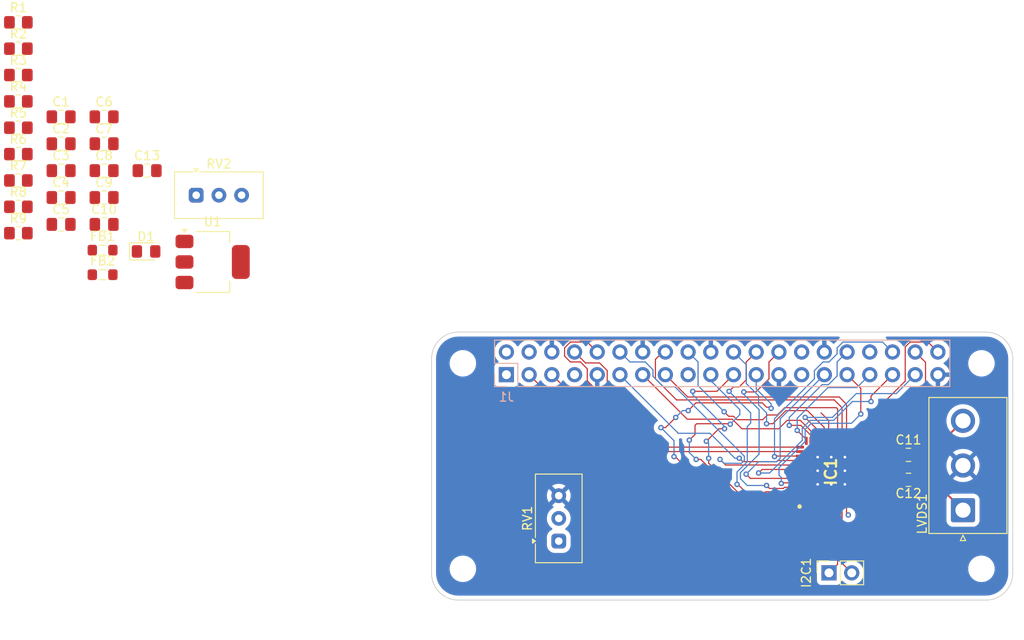
<source format=kicad_pcb>
(kicad_pcb (version 20240108) (generator "pcbnew") (generator_version "8.0")
  (title_block (date "15 nov 2012"))
  (layers (0 "F.Cu" signal) (31 "B.Cu" signal) (34 "B.Paste" user) (35 "F.Paste" user) (36 "B.SilkS" user "B.Silkscreen") (37 "F.SilkS" user "F.Silkscreen") (38 "B.Mask" user) (39 "F.Mask" user) (44 "Edge.Cuts" user))
  (net 0 "")
  (net 1 "CMF")
  (net 2 "GND")
  (net 3 "3V3")
  (net 4 "VDDIO")
  (net 5 "VDD33")
  (net 6 "CAPHS12")
  (net 7 "CAPL12")
  (net 8 "CAPP12")
  (net 9 "LVDS+")
  (net 10 "Net-(IC1-DOUT+)")
  (net 11 "LVDS-")
  (net 12 "Net-(IC1-DOUT-)")
  (net 13 "PBD")
  (net 14 "Net-(D1-A)")
  (net 15 "SDA")
  (net 16 "SCL")
  (net 17 "B4")
  (net 20 "MODE_SEL")
  (net 22 "R1")
  (net 23 "B3")
  (net 24 "G1")
  (net 25 "G2")
  (net 26 "B1")
  (net 27 "B5")
  (net 28 "R7")
  (net 29 "IDX")
  (net 30 "+5V")
  (net 31 "+3V3")
  (net 32 "PCLK")
  (net 33 "VSYNC")
  (net 34 "G4")
  (net 35 "B6")
  (net 36 "R0")
  (net 37 "B2")
  (net 38 "R4")
  (net 39 "R6")
  (net 40 "R5")
  (net 41 "B0")
  (net 42 "B7")
  (net 43 "R2")
  (net 45 "G5")
  (net 46 "G6")
  (net 47 "INTB")
  (net 48 "G3")
  (net 49 "G0")
  (net 50 "HSYNC")
  (net 51 "DE")
  (net 52 "G7")
  (net 53 "R3")
  (footprint "Capacitor_SMD:C_0805_2012Metric_Pad1.18x1.45mm_HandSolder" (layer "F.Cu") (at 58.564 54.939)
    (property "Reference" "C4")
    (property "Value" "10u")
  )
  (footprint "Capacitor_SMD:C_0805_2012Metric_Pad1.18x1.45mm_HandSolder" (layer "F.Cu") (at 63.374 48.919)
    (property "Reference" "C7")
    (property "Value" "4.7u")
  )
  (footprint "Capacitor_SMD:C_0805_2012Metric_Pad1.18x1.45mm_HandSolder" (layer "F.Cu") (at 58.564 45.909)
    (property "Reference" "C1")
    (property "Value" "100n")
  )
  (footprint "MountingHole:MountingHole_2.7mm_M2.5" (layer "F.Cu") (at 161.5 73.5)
    (property "Reference" "MH2" (hide yes))
    (property "Value" "MountingHole_2.7mm_M2.5" (hide yes))
  )
  (footprint "Resistor_SMD:R_0805_2012Metric_Pad1.20x1.40mm_HandSolder" (layer "F.Cu") (at 53.784 47.129)
    (property "Reference" "R5")
    (property "Value" "4K7")
  )
  (footprint "Resistor_SMD:R_0805_2012Metric_Pad1.20x1.40mm_HandSolder" (layer "F.Cu") (at 53.784 38.279)
    (property "Reference" "R2")
    (property "Value" "10K")
  )
  (footprint "Potentiometer_THT:Potentiometer_Vishay_T93YA_Vertical" (layer "F.Cu") (at 114.224 93.396 90)
    (property "Reference" "RV1")
    (property "Value" "R_Potentiometer_Trim")
  )
  (footprint "Resistor_SMD:R_0805_2012Metric_Pad1.20x1.40mm_HandSolder" (layer "F.Cu") (at 53.784 55.979)
    (property "Reference" "R8")
    (property "Value" "100R")
  )
  (footprint "Capacitor_SMD:C_0805_2012Metric_Pad1.18x1.45mm_HandSolder" (layer "F.Cu") (at 153.34 86.538)
    (property "Reference" "C12")
    (property "Value" "100n")
  )
  (footprint "Capacitor_SMD:C_0805_2012Metric_Pad1.18x1.45mm_HandSolder" (layer "F.Cu") (at 58.564 51.929)
    (property "Reference" "C3")
    (property "Value" "10u")
  )
  (footprint "Package_TO_SOT_SMD:SOT-223-3_TabPin2" (layer "F.Cu") (at 75.514 62.154)
    (property "Reference" "U1")
    (property "Value" "AMS1117-3.3")
  )
  (footprint "Capacitor_SMD:C_0805_2012Metric_Pad1.18x1.45mm_HandSolder" (layer "F.Cu") (at 63.374 57.949)
    (property "Reference" "C10")
    (property "Value" "4.7u")
  )
  (footprint "Resistor_SMD:R_0805_2012Metric_Pad1.20x1.40mm_HandSolder" (layer "F.Cu") (at 53.784 58.929)
    (property "Reference" "R9")
    (property "Value" "R")
  )
  (footprint "Capacitor_SMD:C_0805_2012Metric_Pad1.18x1.45mm_HandSolder" (layer "F.Cu") (at 63.374 54.939)
    (property "Reference" "C9")
    (property "Value" "4.7u")
  )
  (footprint "Inductor_SMD:L_0805_2012Metric_Pad1.05x1.20mm_HandSolder" (layer "F.Cu") (at 63.204 60.829)
    (property "Reference" "FB1")
    (property "Value" "FerriteBead")
  )
  (footprint "Capacitor_SMD:C_0805_2012Metric_Pad1.18x1.45mm_HandSolder" (layer "F.Cu") (at 58.564 48.919)
    (property "Reference" "C2")
    (property "Value" "10u")
  )
  (footprint "Connector_JST:JST_NV_B03P-NV_1x03_P5.00mm_Vertical" (layer "F.Cu") (at 159.436 89.934 90)
    (property "Reference" "LVDS1")
    (property "Value" "Conn_01x03_Pin")
  )
  (footprint "MountingHole:MountingHole_2.7mm_M2.5" (layer "F.Cu") (at 103.5 96.5)
    (property "Reference" "MH3" (hide yes))
    (property "Value" "MountingHole_2.7mm_M2.5" (hide yes))
  )
  (footprint "Footprint_library:QFN50P700X700X80-49N-D" (layer "F.Cu") (at 144.66 85.628 90)
    (property "Reference" "IC1")
    (property "Value" "DS90UB925QSQX_NOPB" (hide yes))
  )
  (footprint "MountingHole:MountingHole_2.7mm_M2.5" (layer "F.Cu") (at 103.5 73.5)
    (property "Reference" "MH1" (hide yes))
    (property "Value" "MountingHole_2.7mm_M2.5" (hide yes))
  )
  (footprint "Inductor_SMD:L_0805_2012Metric_Pad1.05x1.20mm_HandSolder" (layer "F.Cu") (at 63.204 63.579)
    (property "Reference" "FB2")
    (property "Value" "FerriteBead")
  )
  (footprint "Resistor_SMD:R_0805_2012Metric_Pad1.20x1.40mm_HandSolder" (layer "F.Cu") (at 53.784 35.329)
    (property "Reference" "R1")
    (property "Value" "4K7")
  )
  (footprint "Capacitor_SMD:C_0805_2012Metric_Pad1.18x1.45mm_HandSolder" (layer "F.Cu") (at 63.374 45.909)
    (property "Reference" "C6")
    (property "Value" "4.7u")
  )
  (footprint "Resistor_SMD:R_0805_2012Metric_Pad1.20x1.40mm_HandSolder" (layer "F.Cu") (at 53.784 50.079)
    (property "Reference" "R6")
    (property "Value" "100R")
  )
  (footprint "Capacitor_SMD:C_0805_2012Metric_Pad1.18x1.45mm_HandSolder" (layer "F.Cu") (at 63.374 51.929)
    (property "Reference" "C8")
    (property "Value" "4.7u")
  )
  (footprint "Potentiometer_THT:Potentiometer_Vishay_T93YA_Vertical" (layer "F.Cu") (at 73.674 54.679)
    (property "Reference" "RV2")
    (property "Value" "R_Potentiometer_Trim")
  )
  (footprint "Resistor_SMD:R_0805_2012Metric_Pad1.20x1.40mm_HandSolder" (layer "F.Cu") (at 53.784 44.179)
    (property "Reference" "R4")
    (property "Value" "4K7")
  )
  (footprint "LED_SMD:LED_0805_2012Metric_Pad1.15x1.40mm_HandSolder" (layer "F.Cu") (at 68.069 60.974)
    (property "Reference" "D1")
    (property "Value" "LED")
  )
  (footprint "Capacitor_SMD:C_0805_2012Metric_Pad1.18x1.45mm_HandSolder" (layer "F.Cu") (at 58.564 57.949)
    (property "Reference" "C5")
    (property "Value" "4.7u")
  )
  (footprint "MountingHole:MountingHole_2.7mm_M2.5" (layer "F.Cu") (at 161.5 96.5)
    (property "Reference" "MH4" (hide yes))
    (property "Value" "MountingHole_2.7mm_M2.5" (hide yes))
  )
  (footprint "Resistor_SMD:R_0805_2012Metric_Pad1.20x1.40mm_HandSolder" (layer "F.Cu") (at 53.784 41.229)
    (property "Reference" "R3")
    (property "Value" "4K7")
  )
  (footprint "Resistor_SMD:R_0805_2012Metric_Pad1.20x1.40mm_HandSolder" (layer "F.Cu") (at 53.784 53.029)
    (property "Reference" "R7")
    (property "Value" "R")
  )
  (footprint "Capacitor_SMD:C_0805_2012Metric_Pad1.18x1.45mm_HandSolder" (layer "F.Cu") (at 153.34 83.744)
    (property "Reference" "C11")
    (property "Value" "100n")
  )
  (footprint "Connector_PinSocket_2.54mm:PinSocket_1x02_P2.54mm_Vertical" (layer "F.Cu") (at 144.45 96.952 90)
    (property "Reference" "I2C1")
    (property "Value" "Conn_01x02_Socket")
  )
  (footprint "Capacitor_SMD:C_0805_2012Metric_Pad1.18x1.45mm_HandSolder" (layer "F.Cu") (at 68.184 51.929)
    (property "Reference" "C13")
    (property "Value" "10uF")
  )
  (footprint "Connector_PinSocket_2.54mm:PinSocket_2x20_P2.54mm_Vertical" (layer "B.Cu") (at 108.37 74.77 -90)
    (property "Reference" "J1")
    (property "Value" "GPIO")
  )
  (gr_arc (start 162 70) (mid 164.12132 70.87868) (end 165 73) (stroke (width 0.1)) (layer "Edge.Cuts"))
  (gr_line (start 165 97) (end 165 73) (stroke (width 0.1)) (layer "Edge.Cuts"))
  (gr_line (start 100 73) (end 100 97) (stroke (width 0.1)) (layer "Edge.Cuts"))
  (gr_arc (start 103 100) (mid 100.87868 99.12132) (end 100 97) (stroke (width 0.1)) (layer "Edge.Cuts"))
  (gr_line (start 103 100) (end 162 100) (stroke (width 0.1)) (layer "Edge.Cuts"))
  (gr_arc (start 165 97) (mid 164.12132 99.12132) (end 162 100) (stroke (width 0.1)) (layer "Edge.Cuts"))
  (gr_arc (start 100 73) (mid 100.87868 70.87868) (end 103 70) (stroke (width 0.1)) (layer "Edge.Cuts"))
  (gr_line (start 162 70) (end 103 70) (stroke (width 0.1)) (layer "Edge.Cuts"))
  (via (at 143.18 87.046) (size 0.6) (drill 0.3) (layers "F.Cu" "B.Cu") (net 2))
  (via (at 146.228 83.998) (size 0.6) (drill 0.3) (layers "F.Cu" "B.Cu") (net 2))
  (via (at 146.228 85.522) (size 0.6) (drill 0.3) (layers "F.Cu" "B.Cu") (net 2))
  (via (at 144.704 83.998) (size 0.6) (drill 0.3) (layers "F.Cu" "B.Cu") (net 2))
  (via (at 143.18 85.522) (size 0.6) (drill 0.3) (layers "F.Cu" "B.Cu") (net 2))
  (via (at 146.228 87.046) (size 0.6) (drill 0.3) (layers "F.Cu" "B.Cu") (net 2))
  (via (at 144.704 87.046) (size 0.6) (drill 0.3) (layers "F.Cu" "B.Cu") (net 2))
  (via (at 143.18 83.998) (size 0.6) (drill 0.3) (layers "F.Cu" "B.Cu") (net 2))
  (segment (start 154.3775 83.744) (end 155.626 83.744) (width 0.2) (layer "F.Cu") (net 9))
  (segment (start 155.626 83.744) (end 159.436 79.934) (width 0.2) (layer "F.Cu") (net 9))
  (segment (start 148.11 84.878) (end 151.1685 84.878) (width 0.2) (layer "F.Cu") (net 10))
  (segment (start 151.1685 84.878) (end 152.3025 83.744) (width 0.2) (layer "F.Cu") (net 10))
  (segment (start 154.3775 86.538) (end 156.04 86.538) (width 0.2) (layer "F.Cu") (net 11))
  (segment (start 156.04 86.538) (end 159.436 89.934) (width 0.2) (layer "F.Cu") (net 11))
  (segment (start 148.11 85.378) (end 151.21675 85.378) (width 0.2) (layer "F.Cu") (net 12))
  (segment (start 151.21675 85.378) (end 151.86875 86.03) (width 0.2) (layer "F.Cu") (net 12))
  (segment (start 151.86875 86.03) (end 152.3025 86.03) (width 0.2) (layer "F.Cu") (net 12))
  (segment (start 145.91 89.078) (end 145.91 95.872) (width 0.127) (layer "F.Cu") (net 15))
  (segment (start 145.91 95.872) (end 146.99 96.952) (width 0.127) (layer "F.Cu") (net 15))
  (segment (start 145.41 89.078) (end 145.41 95.992) (width 0.127) (layer "F.Cu") (net 16))
  (segment (start 145.41 95.992) (end 144.45 96.952) (width 0.127) (layer "F.Cu") (net 16))
  (segment (start 135.14409 87.935) (end 134.25509 87.046) (width 0.127) (layer "F.Cu") (net 17))
  (segment (start 141.21 87.878) (end 137.395 87.878) (width 0.127) (layer "F.Cu") (net 17))
  (segment (start 135.179 75.362) (end 135.179 73.361) (width 0.127) (layer "F.Cu") (net 17))
  (segment (start 134.25509 87.046) (end 134.163 87.046) (width 0.127) (layer "F.Cu") (net 17))
  (segment (start 134.401 76.14) (end 135.179 75.362) (width 0.127) (layer "F.Cu") (net 17))
  (segment (start 135.179 73.361) (end 136.31 72.23) (width 0.127) (layer "F.Cu") (net 17))
  (segment (start 137.395 87.878) (end 137.338 87.935) (width 0.127) (layer "F.Cu") (net 17))
  (segment (start 133.766 76.14) (end 134.401 76.14) (width 0.127) (layer "F.Cu") (net 17))
  (segment (start 133.274 76.632) (end 133.766 76.14) (width 0.127) (layer "F.Cu") (net 17))
  (segment (start 137.338 87.935) (end 135.14409 87.935) (width 0.127) (layer "F.Cu") (net 17))
  (via (at 133.274 76.632) (size 0.6) (drill 0.3) (layers "F.Cu" "B.Cu") (net 17))
  (via (at 134.163 87.046) (size 0.6) (drill 0.3) (layers "F.Cu" "B.Cu") (net 17))
  (segment (start 134.163 85.659642) (end 135.3075 84.515142) (width 0.127) (layer "B.Cu") (net 17))
  (segment (start 134.163 87.046) (end 134.163 85.659642) (width 0.127) (layer "B.Cu") (net 17))
  (segment (start 135.687 79.045) (end 133.274 76.632) (width 0.127) (layer "B.Cu") (net 17))
  (segment (start 135.687 80.188) (end 135.687 79.045) (width 0.127) (layer "B.Cu") (net 17))
  (segment (start 135.3075 80.5675) (end 135.687 80.188) (width 0.127) (layer "B.Cu") (net 17))
  (segment (start 135.3075 84.515142) (end 135.3075 80.5675) (width 0.127) (layer "B.Cu") (net 17))
  (segment (start 152.9765 71.6615) (end 153.5215 71.1165) (width 0.127) (layer "F.Cu") (net 22))
  (segment (start 155.5165 71.1165) (end 156.63 72.23) (width 0.127) (layer "F.Cu") (net 22))
  (segment (start 146.91 82.178) (end 146.91 81.551) (width 0.127) (layer "F.Cu") (net 22))
  (segment (start 152.9765 75.4845) (end 152.9765 71.6615) (width 0.127) (layer "F.Cu") (net 22))
  (segment (start 153.5215 71.1165) (end 155.5165 71.1165) (width 0.127) (layer "F.Cu") (net 22))
  (segment (start 146.91 81.551) (end 152.9765 75.4845) (width 0.127) (layer "F.Cu") (net 22))
  (segment (start 139.34941 87.505) (end 137.797 87.505) (width 0.127) (layer "F.Cu") (net 23))
  (segment (start 139.47641 87.378) (end 139.34941 87.505) (width 0.127) (layer "F.Cu") (net 23))
  (segment (start 137.7365 73.3435) (end 138.85 72.23) (width 0.127) (layer "F.Cu") (net 23))
  (segment (start 137.7365 75.231227) (end 137.7365 73.3435) (width 0.127) (layer "F.Cu") (net 23))
  (segment (start 136.264227 76.7035) (end 137.7365 75.231227) (width 0.127) (layer "F.Cu") (net 23))
  (segment (start 134.925 76.7035) (end 136.264227 76.7035) (width 0.127) (layer "F.Cu") (net 23))
  (segment (start 141.21 87.378) (end 139.47641 87.378) (width 0.127) (layer "F.Cu") (net 23))
  (segment (start 137.797 87.505) (end 137.465 87.173) (width 0.127) (layer "F.Cu") (net 23))
  (via (at 137.465 87.173) (size 0.6) (drill 0.3) (layers "F.Cu" "B.Cu") (net 23))
  (via (at 134.925 76.7035) (size 0.6) (drill 0.3) (layers "F.Cu" "B.Cu") (net 23))
  (segment (start 134.544 86.411) (end 135.306 87.173) (width 0.127) (layer "B.Cu") (net 23))
  (segment (start 134.925 76.97809) (end 136.6315 78.68459) (width 0.127) (layer "B.Cu") (net 23))
  (segment (start 134.925 76.7035) (end 134.925 76.97809) (width 0.127) (layer "B.Cu") (net 23))
  (segment (start 136.6315 83.65359) (end 134.544 85.74109) (width 0.127) (layer "B.Cu") (net 23))
  (segment (start 134.544 85.74109) (end 134.544 86.411) (width 0.127) (layer "B.Cu") (net 23))
  (segment (start 135.306 87.173) (end 137.465 87.173) (width 0.127) (layer "B.Cu") (net 23))
  (segment (start 136.6315 78.68459) (end 136.6315 83.65359) (width 0.127) (layer "B.Cu") (net 23))
  (segment (start 141.91 82.0215) (end 141.91 82.178) (width 0.127) (layer "F.Cu") (net 24))
  (segment (start 140.894 81.0055) (end 141.91 82.0215) (width 0.127) (layer "F.Cu") (net 24))
  (via (at 140.894 81.0055) (size 0.6) (drill 0.3) (layers "F.Cu" "B.Cu") (net 24))
  (segment (start 147.5695 76.2105) (end 149.01 74.77) (width 0.127) (layer "B.Cu") (net 24))
  (segment (start 144.32859 76.2105) (end 147.5695 76.2105) (width 0.127) (layer "B.Cu") (net 24))
  (segment (start 140.894 81.0055) (end 140.894 79.64509) (width 0.127) (layer "B.Cu") (net 24))
  (segment (start 140.894 79.64509) (end 144.32859 76.2105) (width 0.127) (layer "B.Cu") (net 24))
  (segment (start 119.6435 77.2255) (end 119.6435 74.308773) (width 0.127) (layer "F.Cu") (net 25))
  (segment (start 125.296 82.878) (end 119.6435 77.2255) (width 0.127) (layer "F.Cu") (net 25))
  (segment (start 119.6435 74.308773) (end 118.791727 73.457) (width 0.127) (layer "F.Cu") (net 25))
  (segment (start 117.217 73.457) (end 115.99 72.23) (width 0.127) (layer "F.Cu") (net 25))
  (segment (start 141.21 82.878) (end 125.296 82.878) (width 0.127) (layer "F.Cu") (net 25))
  (segment (start 118.791727 73.457) (end 117.217 73.457) (width 0.127) (layer "F.Cu") (net 25))
  (segment (start 141.21 86.378) (end 135.654 86.378) (width 0.127) (layer "F.Cu") (net 26))
  (segment (start 135.654 86.378) (end 135.179 85.903) (width 0.127) (layer "F.Cu") (net 26))
  (via (at 135.179 85.903) (size 0.6) (drill 0.3) (layers "F.Cu" "B.Cu") (net 26))
  (segment (start 138.609 84.505) (end 138.989 84.125) (width 0.127) (layer "B.Cu") (net 26))
  (segment (start 136.577 84.505) (end 138.609 84.505) (width 0.127) (layer "B.Cu") (net 26))
  (segment (start 135.179 85.903) (end 136.577 84.505) (width 0.127) (layer "B.Cu") (net 26))
  (segment (start 138.989 84.125) (end 138.989 79.711) (width 0.127) (layer "B.Cu") (net 26))
  (segment (start 138.989 79.711) (end 143.93 74.77) (width 0.127) (layer "B.Cu") (net 26))
  (segment (start 129.21 76.632) (end 131.908 76.632) (width 0.127) (layer "F.Cu") (net 27))
  (segment (start 132.131 80.823) (end 130.734 82.22) (width 0.127) (layer "F.Cu") (net 27))
  (segment (start 134.69809 88.378) (end 130.988 84.66791) (width 0.127) (layer "F.Cu") (net 27))
  (segment (start 141.21 88.378) (end 134.69809 88.378) (width 0.127) (layer "F.Cu") (net 27))
  (segment (start 132.766 80.823) (end 132.131 80.823) (width 0.127) (layer "F.Cu") (net 27))
  (segment (start 131.908 76.632) (end 133.77 74.77) (width 0.127) (layer "F.Cu") (net 27))
  (segment (start 130.988 84.66791) (end 130.988 84.125) (width 0.127) (layer "F.Cu") (net 27))
  (via (at 130.988 84.125) (size 0.6) (drill 0.3) (layers "F.Cu" "B.Cu") (net 27))
  (via (at 130.734 82.22) (size 0.6) (drill 0.3) (layers "F.Cu" "B.Cu") (net 27))
  (via (at 129.21 76.632) (size 0.6) (drill 0.3) (layers "F.Cu" "B.Cu") (net 27))
  (via (at 132.766 80.823) (size 0.6) (drill 0.3) (layers "F.Cu" "B.Cu") (net 27))
  (segment (start 132.766 80.823) (end 132.766 80.569) (width 0.127) (layer "B.Cu") (net 27))
  (segment (start 130.988 82.474) (end 130.734 82.22) (width 0.127) (layer "B.Cu") (net 27))
  (segment (start 132.766 80.569) (end 129.21 77.013) (width 0.127) (layer "B.Cu") (net 27))
  (segment (start 130.988 84.125) (end 130.988 82.474) (width 0.127) (layer "B.Cu") (net 27))
  (segment (start 129.21 77.013) (end 129.21 76.632) (width 0.127) (layer "B.Cu") (net 27))
  (segment (start 134.70591 80.823) (end 133.63441 79.7515) (width 0.127) (layer "F.Cu") (net 28))
  (segment (start 142.91 82.178) (end 142.91 81.551) (width 0.127) (layer "F.Cu") (net 28))
  (segment (start 133.63441 79.7515) (end 128.5915 79.7515) (width 0.127) (layer "F.Cu") (net 28))
  (segment (start 128.5915 79.7515) (end 123.61 74.77) (width 0.127) (layer "F.Cu") (net 28))
  (segment (start 138.82709 80.823) (end 134.70591 80.823) (width 0.127) (layer "F.Cu") (net 28))
  (segment (start 142.91 81.551) (end 141.2375 79.8785) (width 0.127) (layer "F.Cu") (net 28))
  (segment (start 139.77159 79.8785) (end 138.82709 80.823) (width 0.127) (layer "F.Cu") (net 28))
  (segment (start 141.2375 79.8785) (end 139.77159 79.8785) (width 0.127) (layer "F.Cu") (net 28))
  (segment (start 146.41 90.276) (end 146.609 90.475) (width 0.127) (layer "F.Cu") (net 32))
  (segment (start 146.41 89.078) (end 146.41 90.276) (width 0.127) (layer "F.Cu") (net 32))
  (via (at 146.609 90.475) (size 0.6) (drill 0.3) (layers "F.Cu" "B.Cu") (net 32))
  (segment (start 143.41 89.078) (end 143.41 89.655) (width 0.127) (layer "F.Cu") (net 33))
  (segment (start 143.41 89.655) (end 142.19 90.875) (width 0.127) (layer "F.Cu") (net 33))
  (segment (start 142.19 90.875) (end 127.015 90.875) (width 0.127) (layer "F.Cu") (net 33))
  (segment (start 127.015 90.875) (end 110.91 74.77) (width 0.127) (layer "F.Cu") (net 33))
  (segment (start 141.21 83.878) (end 138.488 83.878) (width 0.127) (layer "F.Cu") (net 34))
  (segment (start 138.488 83.878) (end 138.354 83.744) (width 0.127) (layer "F.Cu") (net 34))
  (segment (start 138.354 83.744) (end 138.354 83.9415) (width 0.127) (layer "F.Cu") (net 34))
  (via (at 138.354 83.9415) (size 0.6) (drill 0.3) (layers "F.Cu" "B.Cu") (net 34))
  (segment (start 142.8165 75.231227) (end 142.8165 74.308773) (width 0.127) (layer "B.Cu") (net 34))
  (segment (start 143.781773 73.3435) (end 144.454 73.3435) (width 0.127) (layer "B.Cu") (net 34))
  (segment (start 146.008773 71.1165) (end 150.4365 71.1165) (width 0.127) (layer "B.Cu") (net 34))
  (segment (start 144.454 73.3435) (end 145.3565 72.441) (width 0.127) (layer "B.Cu") (net 34))
  (segment (start 150.4365 71.1165) (end 151.55 72.23) (width 0.127) (layer "B.Cu") (net 34))
  (segment (start 138.354 79.693727) (end 142.8165 75.231227) (width 0.127) (layer "B.Cu") (net 34))
  (segment (start 142.8165 74.308773) (end 143.781773 73.3435) (width 0.127) (layer "B.Cu") (net 34))
  (segment (start 138.354 83.9415) (end 138.354 79.693727) (width 0.127) (layer "B.Cu") (net 34))
  (segment (start 145.3565 71.768773) (end 146.008773 71.1165) (width 0.127) (layer "B.Cu") (net 34))
  (segment (start 145.3565 72.441) (end 145.3565 71.768773) (width 0.127) (layer "B.Cu") (net 34))
  (segment (start 129.464 81.458) (end 129.464 80.442) (width 0.127) (layer "F.Cu") (net 35))
  (segment (start 141.91 89.078) (end 134.935642 89.078) (width 0.127) (layer "F.Cu") (net 35))
  (segment (start 130.109642 84.252) (end 129.591 84.252) (width 0.127) (layer "F.Cu") (net 35))
  (segment (start 134.935642 89.078) (end 130.109642 84.252) (width 0.127) (layer "F.Cu") (net 35))
  (segment (start 128.829 82.093) (end 129.464 81.458) (width 0.127) (layer "F.Cu") (net 35))
  (segment (start 129.464 80.442) (end 129.6465 80.2595) (width 0.127) (layer "F.Cu") (net 35))
  (segment (start 133.3455 80.2595) (end 133.401 80.315) (width 0.127) (layer "F.Cu") (net 35))
  (segment (start 129.6465 80.2595) (end 133.3455 80.2595) (width 0.127) (layer "F.Cu") (net 35))
  (via (at 133.401 80.315) (size 0.6) (drill 0.3) (layers "F.Cu" "B.Cu") (net 35))
  (via (at 129.591 84.252) (size 0.6) (drill 0.3) (layers "F.Cu" "B.Cu") (net 35))
  (via (at 128.829 82.093) (size 0.6) (drill 0.3) (layers "F.Cu" "B.Cu") (net 35))
  (segment (start 134.4725 79.2435) (end 134.4725 78.68459) (width 0.127) (layer "B.Cu") (net 35))
  (segment (start 134.4725 78.68459) (end 131.23 75.44209) (width 0.127) (layer "B.Cu") (net 35))
  (segment (start 133.401 80.315) (end 134.4725 79.2435) (width 0.127) (layer "B.Cu") (net 35))
  (segment (start 131.23 75.44209) (end 131.23 74.77) (width 0.127) (layer "B.Cu") (net 35))
  (segment (start 129.591 84.252) (end 128.829 83.49) (width 0.127) (layer "B.Cu") (net 35))
  (segment (start 128.829 83.49) (end 128.829 82.093) (width 0.127) (layer "B.Cu") (net 35))
  (segment (start 149.953 82.178) (end 155.245 76.886) (width 0.127) (layer "F.Cu") (net 36))
  (segment (start 155.245 73.385) (end 154.09 72.23) (width 0.127) (layer "F.Cu") (net 36))
  (segment (start 147.41 82.178) (end 149.953 82.178) (width 0.127) (layer "F.Cu") (net 36))
  (segment (start 155.245 76.886) (end 155.245 73.385) (width 0.127) (layer "F.Cu") (net 36))
  (segment (start 139.157 86.878) (end 139.116 86.919) (width 0.127) (layer "F.Cu") (net 37))
  (segment (start 141.21 86.878) (end 139.157 86.878) (width 0.127) (layer "F.Cu") (net 37))
  (segment (start 148.006 76.306) (end 146.47 74.77) (width 0.127) (layer "F.Cu") (net 37))
  (segment (start 139.116 86.919) (end 139.116 86.9415) (width 0.127) (layer "F.Cu") (net 37))
  (segment (start 148.006 79.172) (end 148.006 76.306) (width 0.127) (layer "F.Cu") (net 37))
  (via (at 148.006 79.172) (size 0.6) (drill 0.3) (layers "F.Cu" "B.Cu") (net 37))
  (via (at 139.116 86.9415) (size 0.6) (drill 0.3) (layers "F.Cu" "B.Cu") (net 37))
  (segment (start 141.7845 82.254396) (end 141.7845 80.902948) (width 0.127) (layer "B.Cu") (net 37))
  (segment (start 138.862 85.176896) (end 141.7845 82.254396) (width 0.127) (layer "B.Cu") (net 37))
  (segment (start 139.116 86.9415) (end 139.116 86.284) (width 0.127) (layer "B.Cu") (net 37))
  (segment (start 142.480448 80.207) (end 146.971 80.207) (width 0.127) (layer "B.Cu") (net 37))
  (segment (start 139.116 86.284) (end 138.862 86.03) (width 0.127) (layer "B.Cu") (net 37))
  (segment (start 141.7845 80.902948) (end 142.480448 80.207) (width 0.127) (layer "B.Cu") (net 37))
  (segment (start 138.862 86.03) (end 138.862 85.176896) (width 0.127) (layer "B.Cu") (net 37))
  (segment (start 146.971 80.207) (end 148.006 79.172) (width 0.127) (layer "B.Cu") (net 37))
  (segment (start 138.672809 79.279743) (end 139.488552 78.464) (width 0.127) (layer "F.Cu") (net 38))
  (segment (start 137.566052 79.279743) (end 138.672809 79.279743) (width 0.127) (layer "F.Cu") (net 38))
  (segment (start 139.488552 78.464) (end 145.266 78.464) (width 0.127) (layer "F.Cu") (net 38))
  (segment (start 133.227227 79.4245) (end 133.769858 79.4245) (width 0.127) (layer "F.Cu") (net 38))
  (segment (start 145.41 78.608) (end 145.41 82.178) (width 0.127) (layer "F.Cu") (net 38))
  (segment (start 133.769858 79.4245) (end 134.152358 79.807) (width 0.127) (layer "F.Cu") (net 38))
  (segment (start 137.038795 79.807) (end 137.566052 79.279743) (width 0.127) (layer "F.Cu") (net 38))
  (segment (start 132.720727 78.918) (end 133.227227 79.4245) (width 0.127) (layer "F.Cu") (net 38))
  (segment (start 145.266 78.464) (end 145.41 78.608) (width 0.127) (layer "F.Cu") (net 38))
  (segment (start 134.152358 79.807) (end 137.038795 79.807) (width 0.127) (layer "F.Cu") (net 38))
  (via (at 132.720727 78.918) (size 0.6) (drill 0.3) (layers "F.Cu" "B.Cu") (net 38))
  (segment (start 129.8035 73.3435) (end 128.69 72.23) (width 0.127) (layer "B.Cu") (net 38))
  (segment (start 132.720727 78.918) (end 129.8035 76.000773) (width 0.127) (layer "B.Cu") (net 38))
  (segment (start 129.8035 76.000773) (end 129.8035 73.3435) (width 0.127) (layer "B.Cu") (net 38))
  (segment (start 141.783 79.553) (end 143.41 81.18) (width 0.127) (layer "F.Cu") (net 39))
  (segment (start 143.41 81.18) (end 143.41 82.178) (width 0.127) (layer "F.Cu") (net 39))
  (via (at 141.783 79.553) (size 0.6) (drill 0.3) (layers "F.Cu" "B.Cu") (net 39))
  (segment (start 144.831 79.553) (end 147.498 76.886) (width 0.127) (layer "B.Cu") (net 39))
  (segment (start 151.974 76.886) (end 154.09 74.77) (width 0.127) (layer "B.Cu") (net 39))
  (segment (start 141.783 79.553) (end 144.831 79.553) (width 0.127) (layer "B.Cu") (net 39))
  (segment (start 147.498 76.886) (end 151.974 76.886) (width 0.127) (layer "B.Cu") (net 39))
  (segment (start 137.465 80.2595) (end 138.1555 80.2595) (width 0.127) (layer "F.Cu") (net 40))
  (segment (start 139.624 78.791) (end 142.037 78.791) (width 0.127) (layer "F.Cu") (net 40))
  (segment (start 142.037 78.791) (end 143.91 80.664) (width 0.127) (layer "F.Cu") (net 40))
  (segment (start 143.91 80.664) (end 143.91 82.178) (width 0.127) (layer "F.Cu") (net 40))
  (segment (start 138.1555 80.2595) (end 139.624 78.791) (width 0.127) (layer "F.Cu") (net 40))
  (via (at 137.465 80.2595) (size 0.6) (drill 0.3) (layers "F.Cu" "B.Cu") (net 40))
  (segment (start 136.576 77.14) (end 135.1965 75.7605) (width 0.127) (layer "B.Cu") (net 40))
  (segment (start 136.576 78.156) (end 136.576 77.14) (width 0.127) (layer "B.Cu") (net 40))
  (segment (start 137.465 80.2595) (end 137.465 79.045) (width 0.127) (layer "B.Cu") (net 40))
  (segment (start 137.465 79.045) (end 136.576 78.156) (width 0.127) (layer "B.Cu") (net 40))
  (segment (start 135.1965 73.6565) (end 133.77 72.23) (width 0.127) (layer "B.Cu") (net 40))
  (segment (start 135.1965 75.7605) (end 135.1965 73.6565) (width 0.127) (layer "B.Cu") (net 40))
  (segment (start 141.894 90.221) (end 133.528 90.221) (width 0.127) (layer "F.Cu") (net 42))
  (segment (start 137.465 78.41) (end 137.846 78.41) (width 0.127) (layer "F.Cu") (net 42))
  (segment (start 137.846 78.41) (end 137.973 78.537) (width 0.127) (layer "F.Cu") (net 42))
  (segment (start 125.654 80.696) (end 126.162 80.696) (width 0.127) (layer "F.Cu") (net 42))
  (segment (start 127.1145 83.8075) (end 127.1145 83.9415) (width 0.127) (layer "F.Cu") (net 42))
  (segment (start 126.162 80.696) (end 127.305 79.553) (width 0.127) (layer "F.Cu") (net 42))
  (segment (start 133.528 90.221) (end 127.1145 83.8075) (width 0.127) (layer "F.Cu") (net 42))
  (segment (start 128.702 78.791) (end 129.572 77.921) (width 0.127) (layer "F.Cu") (net 42))
  (segment (start 142.41 89.078) (end 142.41 89.705) (width 0.127) (layer "F.Cu") (net 42))
  (segment (start 136.976 77.921) (end 137.465 78.41) (width 0.127) (layer "F.Cu") (net 42))
  (segment (start 142.41 89.705) (end 141.894 90.221) (width 0.127) (layer "F.Cu") (net 42))
  (segment (start 129.572 77.921) (end 136.976 77.921) (width 0.127) (layer "F.Cu") (net 42))
  (via (at 125.654 80.696) (size 0.6) (drill 0.3) (layers "F.Cu" "B.Cu") (net 42))
  (via (at 127.305 79.553) (size 0.6) (drill 0.3) (layers "F.Cu" "B.Cu") (net 42))
  (via (at 137.973 78.537) (size 0.6) (drill 0.3) (layers "F.Cu" "B.Cu") (net 42))
  (via (at 127.1145 83.9415) (size 0.6) (drill 0.3) (layers "F.Cu" "B.Cu") (net 42))
  (via (at 128.702 78.791) (size 0.6) (drill 0.3) (layers "F.Cu" "B.Cu") (net 42))
  (segment (start 128.067 78.791) (end 128.702 78.791) (width 0.127) (layer "B.Cu") (net 42))
  (segment (start 127.1145 82.1565) (end 125.654 80.696) (width 0.127) (layer "B.Cu") (net 42))
  (segment (start 136.31 76.366) (end 136.31 74.77) (width 0.127) (layer "B.Cu") (net 42))
  (segment (start 127.305 79.553) (end 128.067 78.791) (width 0.127) (layer "B.Cu") (net 42))
  (segment (start 127.1145 83.9415) (end 127.1145 82.1565) (width 0.127) (layer "B.Cu") (net 42))
  (segment (start 137.973 78.029) (end 136.31 76.366) (width 0.127) (layer "B.Cu") (net 42))
  (segment (start 137.973 78.537) (end 137.973 78.029) (width 0.127) (layer "B.Cu") (net 42))
  (segment (start 146.41 78.084) (end 145.593 77.267) (width 0.127) (layer "F.Cu") (net 43))
  (segment (start 145.593 77.267) (end 128.647 77.267) (width 0.127) (layer "F.Cu") (net 43))
  (segment (start 146.41 82.178) (end 146.41 78.084) (width 0.127) (layer "F.Cu") (net 43))
  (segment (start 128.647 77.267) (end 126.15 74.77) (width 0.127) (layer "F.Cu") (net 43))
  (segment (start 138.71441 84.378) (end 138.58741 84.505) (width 0.127) (layer "F.Cu") (net 45))
  (segment (start 134.797 84.505) (end 134.417 84.125) (width 0.127) (layer "F.Cu") (net 45))
  (segment (start 141.21 84.378) (end 138.71441 84.378) (width 0.127) (layer "F.Cu") (net 45))
  (segment (start 138.58741 84.505) (end 134.797 84.505) (width 0.127) (layer "F.Cu") (net 45))
  (via (at 134.417 84.125) (size 0.6) (drill 0.3) (layers "F.Cu" "B.Cu") (net 45))
  (segment (start 127.559 81.331) (end 127.559 81.295) (width 0.127) (layer "B.Cu") (net 45))
  (segment (start 133.930273 84.125) (end 131.136273 81.331) (width 0.127) (layer "B.Cu") (net 45))
  (segment (start 134.417 84.125) (end 133.930273 84.125) (width 0.127) (layer "B.Cu") (net 45))
  (segment (start 127.559 81.295) (end 121.07 74.806) (width 0.127) (layer "B.Cu") (net 45))
  (segment (start 121.07 74.806) (end 121.07 74.77) (width 0.127) (layer "B.Cu") (net 45))
  (segment (start 131.136273 81.331) (end 127.559 81.331) (width 0.127) (layer "B.Cu") (net 45))
  (segment (start 132.884 84.878) (end 132.258 84.252) (width 0.127) (layer "F.Cu") (net 46))
  (segment (start 141.21 84.878) (end 132.884 84.878) (width 0.127) (layer "F.Cu") (net 46))
  (via (at 132.258 84.252) (size 0.6) (drill 0.3) (layers "F.Cu" "B.Cu") (net 46))
  (segment (start 124.765 74.959727) (end 124.765 74.219) (width 0.127) (layer "B.Cu") (net 46))
  (segment (start 132.258 84.252) (end 132.6945 84.6885) (width 0.127) (layer "B.Cu") (net 46))
  (segment (start 134.9805 83.89159) (end 127.21291 76.124) (width 0.127) (layer "B.Cu") (net 46))
  (segment (start 123.8895 73.3435) (end 122.1835 73.3435) (width 0.127) (layer "B.Cu") (net 46))
  (segment (start 134.65041 84.6885) (end 134.9805 84.35841) (width 0.127) (layer "B.Cu") (net 46))
  (segment (start 125.929273 76.124) (end 124.765 74.959727) (width 0.127) (layer "B.Cu") (net 46))
  (segment (start 124.765 74.219) (end 123.8895 73.3435) (width 0.127) (layer "B.Cu") (net 46))
  (segment (start 127.21291 76.124) (end 125.929273 76.124) (width 0.127) (layer "B.Cu") (net 46))
  (segment (start 132.6945 84.6885) (end 134.65041 84.6885) (width 0.127) (layer "B.Cu") (net 46))
  (segment (start 134.9805 84.35841) (end 134.9805 83.89159) (width 0.127) (layer "B.Cu") (net 46))
  (segment (start 122.1835 73.3435) (end 121.07 72.23) (width 0.127) (layer "B.Cu") (net 46))
  (segment (start 144.41 79.894) (end 143.561 79.045) (width 0.127) (layer "F.Cu") (net 47))
  (segment (start 144.41 82.178) (end 144.41 79.894) (width 0.127) (layer "F.Cu") (net 47))
  (segment (start 114.8765 71.768773) (end 115.528773 71.1165) (width 0.127) (layer "F.Cu") (net 48))
  (segment (start 117.4165 74.118948) (end 116.641052 73.3435) (width 0.127) (layer "F.Cu") (net 48))
  (segment (start 117.4165 75.460948) (end 117.4165 74.118948) (width 0.127) (layer "F.Cu") (net 48))
  (segment (start 114.8765 72.691227) (end 114.8765 71.768773) (width 0.127) (layer "F.Cu") (net 48))
  (segment (start 116.641052 73.3435) (end 115.528773 73.3435) (width 0.127) (layer "F.Cu") (net 48))
  (segment (start 115.528773 71.1165) (end 117.4165 71.1165) (width 0.127) (layer "F.Cu") (net 48))
  (segment (start 141.21 83.378) (end 125.333552 83.378) (width 0.127) (layer "F.Cu") (net 48))
  (segment (start 117.4165 71.1165) (end 118.53 72.23) (width 0.127) (layer "F.Cu") (net 48))
  (segment (start 115.528773 73.3435) (end 114.8765 72.691227) (width 0.127) (layer "F.Cu") (net 48))
  (segment (start 125.333552 83.378) (end 117.4165 75.460948) (width 0.127) (layer "F.Cu") (net 48))
  (segment (start 141.301 80.442) (end 140.005 80.442) (width 0.127) (layer "F.Cu") (net 49))
  (segment (start 142.41 82.178) (end 142.41 81.551) (width 0.127) (layer "F.Cu") (net 49))
  (segment (start 142.41 81.551) (end 141.301 80.442) (width 0.127) (layer "F.Cu") (net 49))
  (via (at 140.005 80.442) (size 0.6) (drill 0.3) (layers "F.Cu" "B.Cu") (net 49))
  (segment (start 140.005 80.442) (end 140.005 79.553) (width 0.127) (layer "B.Cu") (net 49))
  (segment (start 145.3565 73.3435) (end 146.47 72.23) (width 0.127) (layer "B.Cu") (net 49))
  (segment (start 144.391227 75.8835) (end 145.3565 74.918227) (width 0.127) (layer "B.Cu") (net 49))
  (segment (start 140.005 79.553) (end 143.6745 75.8835) (width 0.127) (layer "B.Cu") (net 49))
  (segment (start 143.6745 75.8835) (end 144.391227 75.8835) (width 0.127) (layer "B.Cu") (net 49))
  (segment (start 145.3565 74.918227) (end 145.3565 73.3435) (width 0.127) (layer "B.Cu") (net 49))
  (segment (start 129.664 90.548) (end 128.829 89.713) (width 0.127) (layer "F.Cu") (net 50))
  (segment (start 128.393 89.713) (end 113.45 74.77) (width 0.127) (layer "F.Cu") (net 50))
  (segment (start 142.029448 90.548) (end 129.664 90.548) (width 0.127) (layer "F.Cu") (net 50))
  (segment (start 128.829 89.713) (end 128.393 89.713) (width 0.127) (layer "F.Cu") (net 50))
  (segment (start 142.91 89.078) (end 142.91 89.667448) (width 0.127) (layer "F.Cu") (net 50))
  (segment (start 142.91 89.667448) (end 142.029448 90.548) (width 0.127) (layer "F.Cu") (net 50))
  (segment (start 143.91 89.078) (end 143.91 89.705) (width 0.127) (layer "F.Cu") (net 51))
  (segment (start 149.149 77.775) (end 149.149 77.171) (width 0.127) (layer "F.Cu") (net 52))
  (segment (start 149.149 77.171) (end 151.55 74.77) (width 0.127) (layer "F.Cu") (net 52))
  (segment (start 141.21 85.378) (end 136.974 85.378) (width 0.127) (layer "F.Cu") (net 52))
  (segment (start 136.974 85.378) (end 136.576 85.776) (width 0.127) (layer "F.Cu") (net 52))
  (via (at 136.576 85.776) (size 0.6) (drill 0.3) (layers "F.Cu" "B.Cu") (net 52))
  (via (at 149.149 77.775) (size 0.6) (drill 0.3) (layers "F.Cu" "B.Cu") (net 52))
  (segment (start 147.071448 77.775) (end 149.149 77.775) (width 0.127) (layer "B.Cu") (net 52))
  (segment (start 141.4575 80.7675) (end 142.345 79.88) (width 0.127) (layer "B.Cu") (net 52))
  (segment (start 144.966448 79.88) (end 147.071448 77.775) (width 0.127) (layer "B.Cu") (net 52))
  (segment (start 136.576 85.776) (end 137.800448 85.776) (width 0.127) (layer "B.Cu") (net 52))
  (segment (start 137.800448 85.776) (end 141.4575 82.118948) (width 0.127) (layer "B.Cu") (net 52))
  (segment (start 142.345 79.88) (end 144.966448 79.88) (width 0.127) (layer "B.Cu") (net 52))
  (segment (start 141.4575 82.118948) (end 141.4575 80.7675) (width 0.127) (layer "B.Cu") (net 52))
  (segment (start 145.031 77.594) (end 127.399273 77.594) (width 0.127) (layer "F.Cu") (net 53))
  (segment (start 125.0365 75.231227) (end 125.0365 73.0585) (width 0.127) (layer "F.Cu") (net 53))
  (segment (start 125.0365 73.0585) (end 125.865 72.23) (width 0.127) (layer "F.Cu") (net 53))
  (segment (start 145.91 82.178) (end 145.91 78.473) (width 0.127) (layer "F.Cu") (net 53))
  (segment (start 127.399273 77.594) (end 125.0365 75.231227) (width 0.127) (layer "F.Cu") (net 53))
  (segment (start 125.865 72.23) (end 126.15 72.23) (width 0.127) (layer "F.Cu") (net 53))
  (segment (start 145.91 78.473) (end 145.031 77.594) (width 0.127) (layer "F.Cu") (net 53))
  (zone (net 2) (net_name "GND") (layer "B.Cu") (connect_pads (clearance 0.5)) (min_thickness 0.25) (fill yes (thermal_gap 0.5) (thermal_bridge_width 0.5))
    (polygon (pts (xy 165.024 70.028) (xy 165.024 100) (xy 100 100) (xy 100 70.028) (xy 110.922 70.028)))
  )
)
</source>
